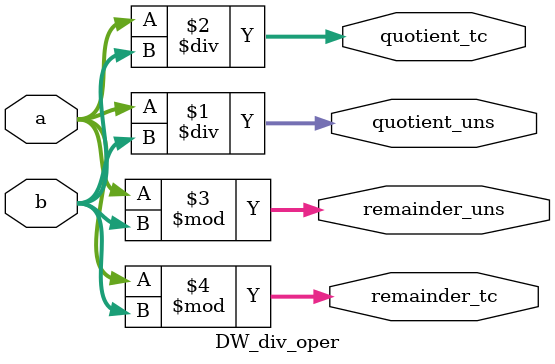
<source format=v>
module DW_div_oper (a, b, quotient_uns, quotient_tc, remainder_uns,
                    remainder_tc);
  parameter width = 8;

  input [width-1 : 0] a, b; 
  output [width-1 : 0] quotient_uns, remainder_uns; 
  output signed [width-1 : 0] quotient_tc, remainder_tc;
  // operators for unsigned/signed quotient and remainder 
  assign quotient_uns = a / b; 
  assign quotient_tc = $signed(a) / $signed(b); 
  assign remainder_uns = a % b; 
  assign remainder_tc = $signed(a) % $signed(b);
endmodule

</source>
